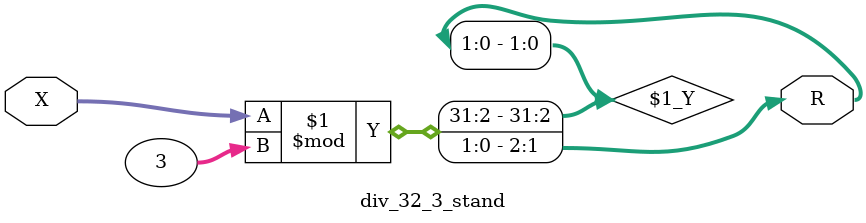
<source format=v>
module div_32_3_stand( X, R);//, R);


input  [32:1] X;
//output [31:1] Q; 
output [2:1] R;

//assign Q = X / 3;

assign R = X % 3;


endmodule

</source>
